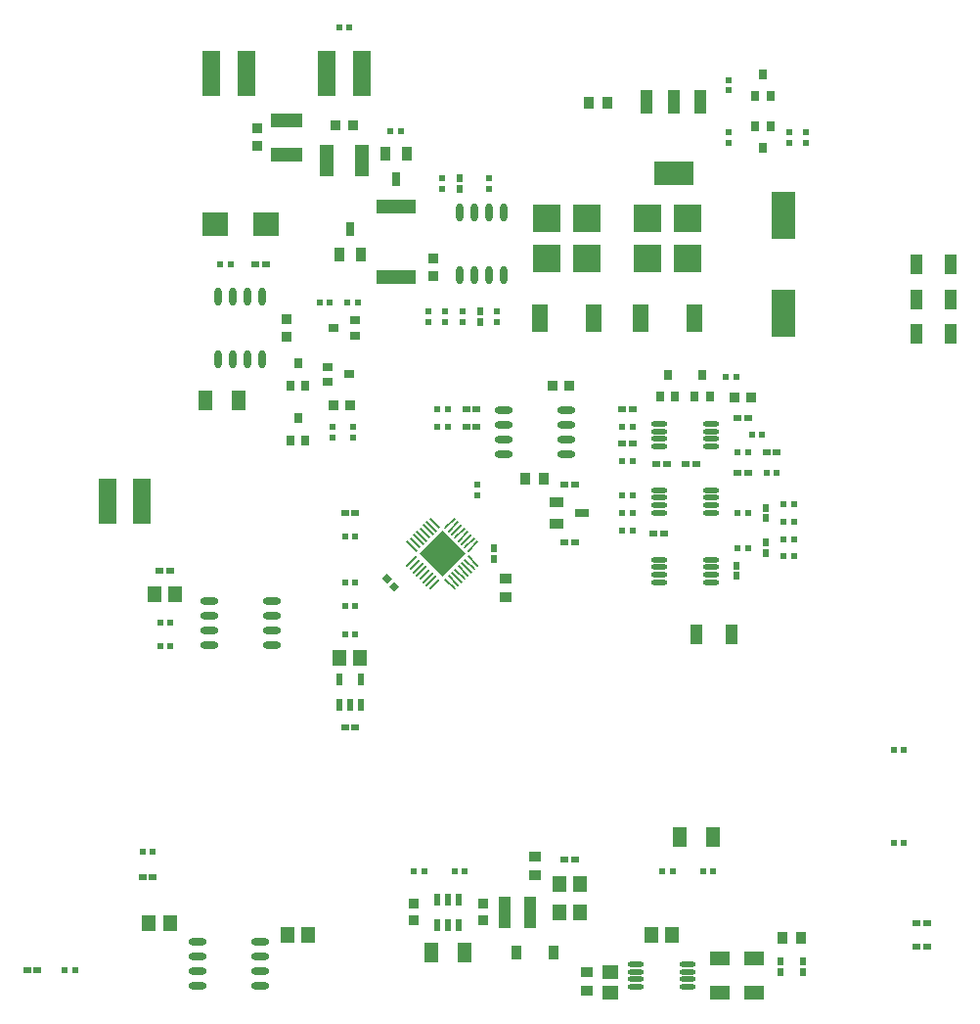
<source format=gtp>
G04 #@! TF.FileFunction,Paste,Top*
%FSLAX46Y46*%
G04 Gerber Fmt 4.6, Leading zero omitted, Abs format (unit mm)*
G04 Created by KiCad (PCBNEW (2015-09-14 BZR 5783, Git e27fa50)-product) date Sat 19 Sep 2015 09:51:44 PM EDT*
%MOMM*%
G01*
G04 APERTURE LIST*
%ADD10C,0.100000*%
%ADD11R,1.450000X2.450000*%
%ADD12R,2.457000X2.457000*%
%ADD13C,0.200000*%
%ADD14R,1.050000X1.800000*%
%ADD15R,2.200000X2.150000*%
%ADD16R,1.100000X2.100000*%
%ADD17R,3.500000X2.100000*%
%ADD18R,1.500000X4.000000*%
%ADD19R,2.100000X4.100000*%
%ADD20R,1.000000X2.700000*%
%ADD21R,0.900000X1.200000*%
%ADD22R,0.600000X0.650000*%
%ADD23R,0.650000X0.600000*%
%ADD24R,0.600000X0.600000*%
%ADD25R,1.150000X1.450000*%
%ADD26R,1.450000X1.150000*%
%ADD27O,0.600000X1.550000*%
%ADD28O,1.550000X0.600000*%
%ADD29R,0.900000X0.950000*%
%ADD30R,0.950000X0.900000*%
%ADD31R,0.600000X1.100000*%
%ADD32R,1.200000X1.800000*%
%ADD33R,1.800000X1.200000*%
%ADD34R,0.950000X1.000000*%
%ADD35R,1.000000X0.950000*%
%ADD36O,1.400000X0.450000*%
%ADD37R,0.650000X0.850000*%
%ADD38R,0.850000X0.650000*%
%ADD39R,1.300000X0.900000*%
%ADD40R,1.300000X0.800000*%
%ADD41R,0.900000X1.300000*%
%ADD42R,0.800000X1.300000*%
%ADD43R,3.400000X1.250000*%
%ADD44R,1.150000X2.700000*%
%ADD45R,2.700000X1.150000*%
G04 APERTURE END LIST*
D10*
D11*
X60700000Y-26600000D03*
X65300000Y-26600000D03*
D12*
X61262500Y-21437500D03*
X64737500Y-21437500D03*
X64737500Y-17962500D03*
X61262500Y-17962500D03*
D11*
X51962500Y-26600000D03*
X56562500Y-26600000D03*
D12*
X52525000Y-21437500D03*
X56000000Y-21437500D03*
X56000000Y-17962500D03*
X52525000Y-17962500D03*
D10*
G36*
X43500000Y-45020101D02*
X45479899Y-47000000D01*
X43500000Y-48979899D01*
X41520101Y-47000000D01*
X43500000Y-45020101D01*
X43500000Y-45020101D01*
G37*
D13*
X46540559Y-45939340D02*
X45727387Y-46752512D01*
X46257716Y-45656498D02*
X45444544Y-46469670D01*
X45974873Y-45373655D02*
X45161701Y-46186827D01*
X45692031Y-45090812D02*
X44878859Y-45903984D01*
X45409188Y-44807969D02*
X44596016Y-45621141D01*
X45126345Y-44525127D02*
X44313173Y-45338299D01*
X44843502Y-44242284D02*
X44030330Y-45055456D01*
X44560660Y-43959441D02*
X43747488Y-44772613D01*
X41272613Y-47247488D02*
X40459441Y-48060660D01*
X41555456Y-47530330D02*
X40742284Y-48343502D01*
X41838299Y-47813173D02*
X41025127Y-48626345D01*
X42121141Y-48096016D02*
X41307969Y-48909188D01*
X42403984Y-48378859D02*
X41590812Y-49192031D01*
X42686827Y-48661701D02*
X41873655Y-49474873D01*
X42969670Y-48944544D02*
X42156498Y-49757716D01*
X43252512Y-49227387D02*
X42439340Y-50040559D01*
X43252512Y-44772613D02*
X42439340Y-43959441D01*
X42969670Y-45055456D02*
X42156498Y-44242284D01*
X42686827Y-45338299D02*
X41873655Y-44525127D01*
X42403984Y-45621141D02*
X41590812Y-44807969D01*
X42121141Y-45903984D02*
X41307969Y-45090812D01*
X41838299Y-46186827D02*
X41025127Y-45373655D01*
X41555456Y-46469670D02*
X40742284Y-45656498D01*
X41272613Y-46752512D02*
X40459441Y-45939340D01*
X44560660Y-50040559D02*
X43747488Y-49227387D01*
X44843502Y-49757716D02*
X44030330Y-48944544D01*
X45126345Y-49474873D02*
X44313173Y-48661701D01*
X45409188Y-49192031D02*
X44596016Y-48378859D01*
X45692031Y-48909188D02*
X44878859Y-48096016D01*
X45974873Y-48626345D02*
X45161701Y-47813173D01*
X46257716Y-48343502D02*
X45444544Y-47530330D01*
X46540559Y-48060660D02*
X45727387Y-47247488D01*
D14*
X68500000Y-54000000D03*
X65500000Y-54000000D03*
D15*
X23800000Y-18500000D03*
X28200000Y-18500000D03*
D16*
X65800000Y-7900000D03*
X63500000Y-7900000D03*
X61200000Y-7900000D03*
D17*
X63500000Y-14100000D03*
D14*
X87500000Y-28000000D03*
X84500000Y-28000000D03*
D18*
X17500000Y-42500000D03*
X14500000Y-42500000D03*
X26500000Y-5500000D03*
X23500000Y-5500000D03*
X36500000Y-5500000D03*
X33500000Y-5500000D03*
D19*
X73000000Y-17750000D03*
X73000000Y-26250000D03*
D14*
X87500000Y-25000000D03*
X84500000Y-25000000D03*
X87500000Y-22000000D03*
X84500000Y-22000000D03*
D20*
X51100000Y-78000000D03*
X48900000Y-78000000D03*
D21*
X49900000Y-81500000D03*
X53100000Y-81500000D03*
D22*
X69000000Y-48950000D03*
X69000000Y-48050000D03*
D23*
X54050000Y-41000000D03*
X54950000Y-41000000D03*
X84550000Y-79000000D03*
X85450000Y-79000000D03*
X84550000Y-81000000D03*
X85450000Y-81000000D03*
X7550000Y-83000000D03*
X8450000Y-83000000D03*
X17550000Y-75000000D03*
X18450000Y-75000000D03*
X19900000Y-48500000D03*
X19000000Y-48500000D03*
X28200000Y-22000000D03*
X27300000Y-22000000D03*
X35050000Y-43500000D03*
X35950000Y-43500000D03*
D10*
G36*
X38239860Y-49164124D02*
X38664124Y-48739860D01*
X39123744Y-49199480D01*
X38699480Y-49623744D01*
X38239860Y-49164124D01*
X38239860Y-49164124D01*
G37*
G36*
X38876256Y-49800520D02*
X39300520Y-49376256D01*
X39760140Y-49835876D01*
X39335876Y-50260140D01*
X38876256Y-49800520D01*
X38876256Y-49800520D01*
G37*
D23*
X35050000Y-62000000D03*
X35950000Y-62000000D03*
X54050000Y-73500000D03*
X54950000Y-73500000D03*
D22*
X74750000Y-82300000D03*
X74750000Y-83200000D03*
X72750000Y-82300000D03*
X72750000Y-83200000D03*
X48000000Y-47450000D03*
X48000000Y-46550000D03*
D23*
X46450000Y-36000000D03*
X45550000Y-36000000D03*
X46450000Y-34500000D03*
X45550000Y-34500000D03*
D22*
X45000000Y-14550000D03*
X45000000Y-15450000D03*
D23*
X61800000Y-45250000D03*
X62700000Y-45250000D03*
X62050000Y-39250000D03*
X62950000Y-39250000D03*
X65450000Y-39250000D03*
X64550000Y-39250000D03*
X59950000Y-37500000D03*
X59050000Y-37500000D03*
X59950000Y-34500000D03*
X59050000Y-34500000D03*
D22*
X71500000Y-43950000D03*
X71500000Y-43050000D03*
X71500000Y-46050000D03*
X71500000Y-46950000D03*
D23*
X69950000Y-40000000D03*
X69050000Y-40000000D03*
X71550000Y-38250000D03*
X72450000Y-38250000D03*
X69050000Y-35250000D03*
X69950000Y-35250000D03*
D22*
X46750000Y-26050000D03*
X46750000Y-26950000D03*
D23*
X54050000Y-46000000D03*
X54950000Y-46000000D03*
D24*
X39900000Y-10500000D03*
X39000000Y-10500000D03*
X82550000Y-64000000D03*
X83450000Y-64000000D03*
X82550000Y-72000000D03*
X83450000Y-72000000D03*
X11700000Y-83000000D03*
X10800000Y-83000000D03*
X18450000Y-72750000D03*
X17550000Y-72750000D03*
X19050000Y-53000000D03*
X19950000Y-53000000D03*
X19950000Y-55000000D03*
X19050000Y-55000000D03*
X25150000Y-22000000D03*
X24250000Y-22000000D03*
X35450000Y-1500000D03*
X34550000Y-1500000D03*
X33750000Y-25250000D03*
X32850000Y-25250000D03*
X36200000Y-25250000D03*
X35300000Y-25250000D03*
X34000000Y-36950000D03*
X34000000Y-36050000D03*
X35750000Y-36950000D03*
X35750000Y-36050000D03*
X35050000Y-45500000D03*
X35950000Y-45500000D03*
X35050000Y-49500000D03*
X35950000Y-49500000D03*
X35050000Y-51500000D03*
X35950000Y-51500000D03*
X35050000Y-54000000D03*
X35950000Y-54000000D03*
X41950000Y-74500000D03*
X41050000Y-74500000D03*
X45450000Y-74500000D03*
X44550000Y-74500000D03*
X66050000Y-74500000D03*
X66950000Y-74500000D03*
X62550000Y-74500000D03*
X63450000Y-74500000D03*
X46500000Y-41050000D03*
X46500000Y-41950000D03*
X43950000Y-36000000D03*
X43050000Y-36000000D03*
X43950000Y-34500000D03*
X43050000Y-34500000D03*
X42250000Y-26050000D03*
X42250000Y-26950000D03*
X43750000Y-26950000D03*
X43750000Y-26050000D03*
X45250000Y-26050000D03*
X45250000Y-26950000D03*
X48250000Y-26950000D03*
X48250000Y-26050000D03*
X43500000Y-14550000D03*
X43500000Y-15450000D03*
X47500000Y-15450000D03*
X47500000Y-14550000D03*
X68250000Y-6050000D03*
X68250000Y-6950000D03*
X68250000Y-11450000D03*
X68250000Y-10550000D03*
X73500000Y-10550000D03*
X73500000Y-11450000D03*
X75000000Y-11450000D03*
X75000000Y-10550000D03*
X59950000Y-45000000D03*
X59050000Y-45000000D03*
X59950000Y-42000000D03*
X59050000Y-42000000D03*
X59050000Y-43500000D03*
X59950000Y-43500000D03*
X59950000Y-39000000D03*
X59050000Y-39000000D03*
X59950000Y-36000000D03*
X59050000Y-36000000D03*
X73050000Y-42750000D03*
X73950000Y-42750000D03*
X73050000Y-47250000D03*
X73950000Y-47250000D03*
X73050000Y-44250000D03*
X73950000Y-44250000D03*
X73050000Y-45750000D03*
X73950000Y-45750000D03*
X69050000Y-43500000D03*
X69950000Y-43500000D03*
X69050000Y-46500000D03*
X69950000Y-46500000D03*
X68050000Y-31750000D03*
X68950000Y-31750000D03*
X71550000Y-40000000D03*
X72450000Y-40000000D03*
X69050000Y-38250000D03*
X69950000Y-38250000D03*
X70300000Y-36750000D03*
X71200000Y-36750000D03*
D25*
X19900000Y-79000000D03*
X18100000Y-79000000D03*
X30100000Y-80000000D03*
X31900000Y-80000000D03*
X34600000Y-56000000D03*
X36400000Y-56000000D03*
X53600000Y-75600000D03*
X55400000Y-75600000D03*
X53600000Y-78000000D03*
X55400000Y-78000000D03*
X63400000Y-80000000D03*
X61600000Y-80000000D03*
D26*
X58000000Y-85000000D03*
X58000000Y-83200000D03*
D25*
X20400000Y-50500000D03*
X18600000Y-50500000D03*
D27*
X24095000Y-30200000D03*
X25365000Y-30200000D03*
X26635000Y-30200000D03*
X27905000Y-30200000D03*
X27905000Y-24800000D03*
X26635000Y-24800000D03*
X25365000Y-24800000D03*
X24095000Y-24800000D03*
D28*
X23300000Y-51095000D03*
X23300000Y-52365000D03*
X23300000Y-53635000D03*
X23300000Y-54905000D03*
X28700000Y-54905000D03*
X28700000Y-53635000D03*
X28700000Y-52365000D03*
X28700000Y-51095000D03*
D27*
X48810000Y-17500000D03*
X47540000Y-17500000D03*
X46270000Y-17500000D03*
X45000000Y-17500000D03*
X45000000Y-22900000D03*
X46270000Y-22900000D03*
X47540000Y-22900000D03*
X48810000Y-22900000D03*
D28*
X22300000Y-80595000D03*
X22300000Y-81865000D03*
X22300000Y-83135000D03*
X22300000Y-84405000D03*
X27700000Y-84405000D03*
X27700000Y-83135000D03*
X27700000Y-81865000D03*
X27700000Y-80595000D03*
X48800000Y-34595000D03*
X48800000Y-35865000D03*
X48800000Y-37135000D03*
X48800000Y-38405000D03*
X54200000Y-38405000D03*
X54200000Y-37135000D03*
X54200000Y-35865000D03*
X54200000Y-34595000D03*
D29*
X34050000Y-34200000D03*
X35550000Y-34200000D03*
X53000000Y-32500000D03*
X54500000Y-32500000D03*
D30*
X42750000Y-21500000D03*
X42750000Y-23000000D03*
D29*
X70250000Y-33500000D03*
X68750000Y-33500000D03*
D30*
X30000000Y-26750000D03*
X30000000Y-28250000D03*
X41000000Y-78750000D03*
X41000000Y-77250000D03*
X47000000Y-77250000D03*
X47000000Y-78750000D03*
D29*
X34250000Y-10000000D03*
X35750000Y-10000000D03*
D30*
X27500000Y-11750000D03*
X27500000Y-10250000D03*
D31*
X44950000Y-76900000D03*
X43050000Y-76900000D03*
X44000000Y-76900000D03*
X43050000Y-79100000D03*
X44950000Y-79100000D03*
X44000000Y-79100000D03*
D32*
X66950000Y-71500000D03*
X64050000Y-71500000D03*
X23000000Y-33750000D03*
X25900000Y-33750000D03*
X42550000Y-81500000D03*
X45450000Y-81500000D03*
D33*
X70500000Y-82050000D03*
X70500000Y-84950000D03*
X67500000Y-82050000D03*
X67500000Y-84950000D03*
D34*
X50700000Y-40500000D03*
X52300000Y-40500000D03*
X56200000Y-8000000D03*
X57800000Y-8000000D03*
D35*
X49000000Y-50800000D03*
X49000000Y-49200000D03*
X51500000Y-74800000D03*
X51500000Y-73200000D03*
D34*
X72950000Y-80250000D03*
X74550000Y-80250000D03*
D35*
X56000000Y-83200000D03*
X56000000Y-84800000D03*
D36*
X62250000Y-47525000D03*
X62250000Y-48175000D03*
X62250000Y-48825000D03*
X62250000Y-49475000D03*
X66750000Y-49475000D03*
X66750000Y-48825000D03*
X66750000Y-48175000D03*
X66750000Y-47525000D03*
X62250000Y-35775000D03*
X62250000Y-36425000D03*
X62250000Y-37075000D03*
X62250000Y-37725000D03*
X66750000Y-37725000D03*
X66750000Y-37075000D03*
X66750000Y-36425000D03*
X66750000Y-35775000D03*
X62250000Y-41525000D03*
X62250000Y-42175000D03*
X62250000Y-42825000D03*
X62250000Y-43475000D03*
X66750000Y-43475000D03*
X66750000Y-42825000D03*
X66750000Y-42175000D03*
X66750000Y-41525000D03*
X60250000Y-82525000D03*
X60250000Y-83175000D03*
X60250000Y-83825000D03*
X60250000Y-84475000D03*
X64750000Y-84475000D03*
X64750000Y-83825000D03*
X64750000Y-83175000D03*
X64750000Y-82525000D03*
D31*
X34550000Y-60100000D03*
X36450000Y-60100000D03*
X35500000Y-60100000D03*
X36450000Y-57900000D03*
X34550000Y-57900000D03*
D37*
X30350000Y-32450000D03*
X31650000Y-32450000D03*
X31000000Y-30550000D03*
X30350000Y-37200000D03*
X31650000Y-37200000D03*
X31000000Y-35300000D03*
D38*
X33550000Y-30850000D03*
X33550000Y-32150000D03*
X35450000Y-31500000D03*
X35950000Y-28150000D03*
X35950000Y-26850000D03*
X34050000Y-27500000D03*
D37*
X71900000Y-10050000D03*
X70600000Y-10050000D03*
X71250000Y-11950000D03*
X62350000Y-33450000D03*
X63650000Y-33450000D03*
X63000000Y-31550000D03*
X65350000Y-33450000D03*
X66650000Y-33450000D03*
X66000000Y-31550000D03*
X70600000Y-7450000D03*
X71900000Y-7450000D03*
X71250000Y-5550000D03*
D39*
X53400000Y-42550000D03*
X53400000Y-44450000D03*
D40*
X55600000Y-43500000D03*
D41*
X40450000Y-12400000D03*
X38550000Y-12400000D03*
D42*
X39500000Y-14600000D03*
D41*
X34550000Y-21100000D03*
X36450000Y-21100000D03*
D42*
X35500000Y-18900000D03*
D43*
X39500000Y-23050000D03*
X39500000Y-16950000D03*
D44*
X36500000Y-13000000D03*
X33500000Y-13000000D03*
D45*
X30000000Y-9500000D03*
X30000000Y-12500000D03*
M02*

</source>
